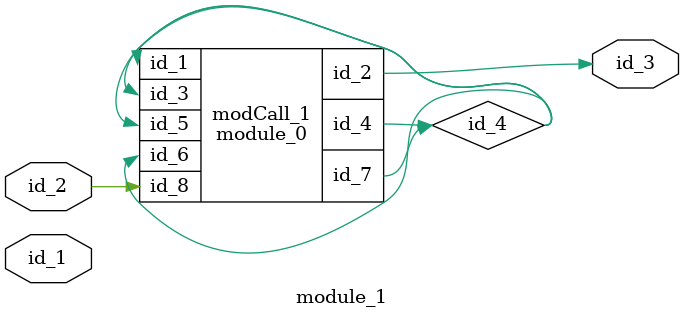
<source format=v>
module module_0 (
    id_1,
    id_2,
    id_3,
    id_4,
    id_5,
    id_6,
    id_7,
    id_8
);
  input wire id_8;
  inout wire id_7;
  input wire id_6;
  input wire id_5;
  inout wire id_4;
  input wire id_3;
  output wire id_2;
  input wire id_1;
  wire id_9;
  wire id_10, id_11, id_12, id_13;
endmodule
module module_1 (
    id_1,
    id_2,
    id_3
);
  output wire id_3;
  input wire id_2;
  inout wire id_1;
  wire id_4;
  module_0 modCall_1 (
      id_4,
      id_3,
      id_4,
      id_4,
      id_4,
      id_4,
      id_4,
      id_2
  );
endmodule

</source>
